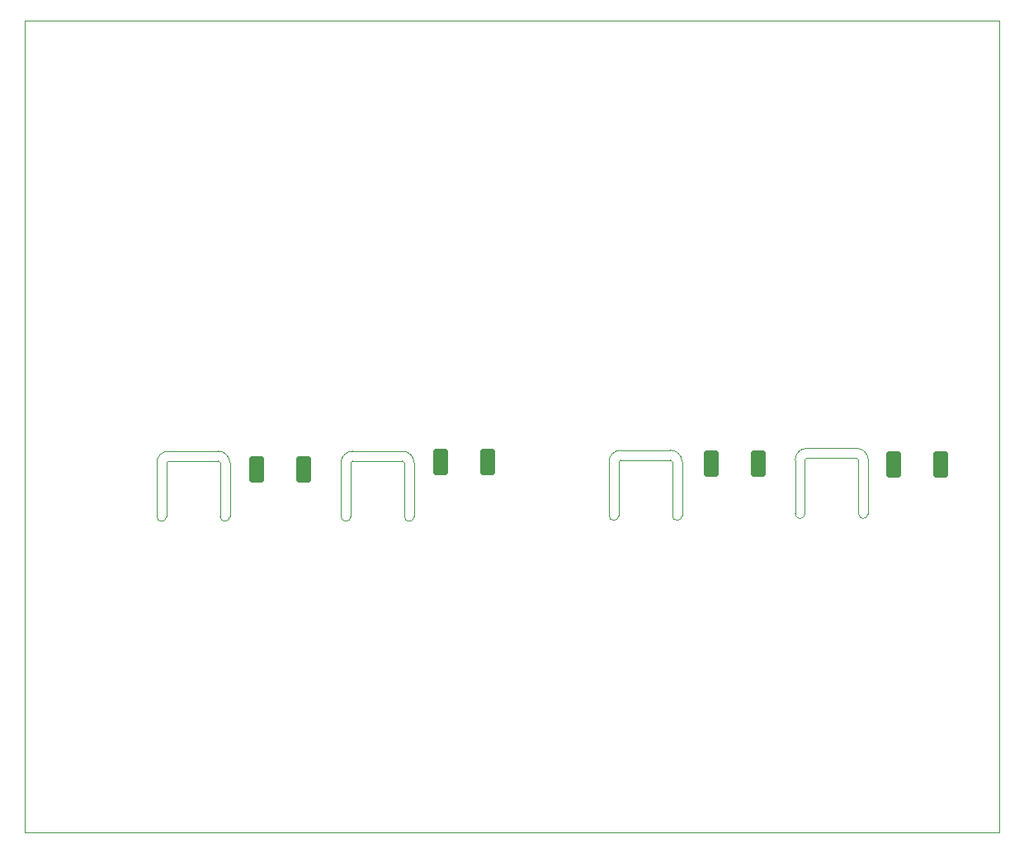
<source format=gbr>
%TF.GenerationSoftware,KiCad,Pcbnew,8.0.0*%
%TF.CreationDate,2024-08-31T22:07:17+02:00*%
%TF.ProjectId,esp32_blinds_controller,65737033-325f-4626-9c69-6e64735f636f,V0.2*%
%TF.SameCoordinates,Original*%
%TF.FileFunction,Paste,Bot*%
%TF.FilePolarity,Positive*%
%FSLAX46Y46*%
G04 Gerber Fmt 4.6, Leading zero omitted, Abs format (unit mm)*
G04 Created by KiCad (PCBNEW 8.0.0) date 2024-08-31 22:07:17*
%MOMM*%
%LPD*%
G01*
G04 APERTURE LIST*
G04 Aperture macros list*
%AMRoundRect*
0 Rectangle with rounded corners*
0 $1 Rounding radius*
0 $2 $3 $4 $5 $6 $7 $8 $9 X,Y pos of 4 corners*
0 Add a 4 corners polygon primitive as box body*
4,1,4,$2,$3,$4,$5,$6,$7,$8,$9,$2,$3,0*
0 Add four circle primitives for the rounded corners*
1,1,$1+$1,$2,$3*
1,1,$1+$1,$4,$5*
1,1,$1+$1,$6,$7*
1,1,$1+$1,$8,$9*
0 Add four rect primitives between the rounded corners*
20,1,$1+$1,$2,$3,$4,$5,0*
20,1,$1+$1,$4,$5,$6,$7,0*
20,1,$1+$1,$6,$7,$8,$9,0*
20,1,$1+$1,$8,$9,$2,$3,0*%
G04 Aperture macros list end*
%ADD10RoundRect,0.250000X0.500000X1.100000X-0.500000X1.100000X-0.500000X-1.100000X0.500000X-1.100000X0*%
%TA.AperFunction,Profile*%
%ADD11C,0.050000*%
%TD*%
%TA.AperFunction,Profile*%
%ADD12C,0.120000*%
%TD*%
G04 APERTURE END LIST*
D10*
%TO.C,D1*%
X129750000Y-101750000D03*
X124950000Y-101750000D03*
%TD*%
%TO.C,D3*%
X195105000Y-101250000D03*
X190305000Y-101250000D03*
%TD*%
%TO.C,D4*%
X148650000Y-101000000D03*
X143850000Y-101000000D03*
%TD*%
%TO.C,D2*%
X176400000Y-101200000D03*
X171600000Y-101200000D03*
%TD*%
D11*
X139900000Y-99900000D02*
G75*
G02*
X141100000Y-101100000I0J-1200000D01*
G01*
X167400000Y-99800000D02*
G75*
G02*
X168600000Y-101000000I0J-1200000D01*
G01*
X168600000Y-106500000D02*
G75*
G02*
X167600000Y-106500000I-500000J0D01*
G01*
X187700000Y-106300000D02*
X187700000Y-100800000D01*
X161100000Y-106500000D02*
X161100000Y-101000000D01*
X134600000Y-106600000D02*
X134600000Y-101100000D01*
X122200000Y-106600000D02*
G75*
G02*
X121200000Y-106600000I-500000J0D01*
G01*
X122200000Y-106600000D02*
X122200000Y-101100000D01*
X134800000Y-99900000D02*
X139900000Y-99900000D01*
X162300000Y-100800000D02*
X167400000Y-100800000D01*
X141100000Y-106600000D02*
X141100000Y-101100000D01*
X181200000Y-106300000D02*
G75*
G02*
X180200000Y-106300000I-500000J0D01*
G01*
X121000000Y-99900000D02*
G75*
G02*
X122200000Y-101100000I0J-1200000D01*
G01*
X181400000Y-100600000D02*
X186500000Y-100600000D01*
X162100000Y-101000000D02*
G75*
G02*
X162300000Y-100800000I200000J0D01*
G01*
X133600000Y-101100000D02*
G75*
G02*
X134800000Y-99900000I1200000J0D01*
G01*
X121200000Y-106600000D02*
X121200000Y-101100000D01*
X187700000Y-106300000D02*
G75*
G02*
X186700000Y-106300000I-500000J0D01*
G01*
X115900000Y-100900000D02*
X121000000Y-100900000D01*
X115700000Y-106600000D02*
X115700000Y-101100000D01*
X167400000Y-100800000D02*
G75*
G02*
X167600000Y-101000000I0J-200000D01*
G01*
X141100000Y-106600000D02*
G75*
G02*
X140100000Y-106600000I-500000J0D01*
G01*
X186700000Y-106300000D02*
X186700000Y-100800000D01*
X180200000Y-100800000D02*
G75*
G02*
X181400000Y-99600000I1200000J0D01*
G01*
X134800000Y-100900000D02*
X139900000Y-100900000D01*
X181200000Y-100800000D02*
G75*
G02*
X181400000Y-100600000I200000J0D01*
G01*
X186500000Y-100600000D02*
G75*
G02*
X186700000Y-100800000I0J-200000D01*
G01*
X162100000Y-106500000D02*
G75*
G02*
X161100000Y-106500000I-500000J0D01*
G01*
X139900000Y-100900000D02*
G75*
G02*
X140100000Y-101100000I0J-200000D01*
G01*
X115700000Y-106600000D02*
G75*
G02*
X114700000Y-106600000I-500000J0D01*
G01*
X186500000Y-99600000D02*
G75*
G02*
X187700000Y-100800000I0J-1200000D01*
G01*
X180200000Y-106300000D02*
X180200000Y-100800000D01*
X162100000Y-106500000D02*
X162100000Y-101000000D01*
X134600000Y-101100000D02*
G75*
G02*
X134800000Y-100900000I200000J0D01*
G01*
X115900000Y-99900000D02*
X121000000Y-99900000D01*
X121000000Y-100900000D02*
G75*
G02*
X121200000Y-101100000I0J-200000D01*
G01*
X140100000Y-106600000D02*
X140100000Y-101100000D01*
X181200000Y-106300000D02*
X181200000Y-100800000D01*
X114700000Y-106600000D02*
X114700000Y-101100000D01*
X168600000Y-106500000D02*
X168600000Y-101000000D01*
X162300000Y-99800000D02*
X167400000Y-99800000D01*
X167600000Y-106500000D02*
X167600000Y-101000000D01*
X161100000Y-101000000D02*
G75*
G02*
X162300000Y-99800000I1200000J0D01*
G01*
X134600000Y-106600000D02*
G75*
G02*
X133600000Y-106600000I-500000J0D01*
G01*
X181400000Y-99600000D02*
X186500000Y-99600000D01*
X115700000Y-101100000D02*
G75*
G02*
X115900000Y-100900000I200000J0D01*
G01*
X114700000Y-101100000D02*
G75*
G02*
X115900000Y-99900000I1200000J0D01*
G01*
X133600000Y-106600000D02*
X133600000Y-101100000D01*
D12*
%TO.C,MOD1*%
X101175000Y-55745000D02*
X101175000Y-138995000D01*
X101175000Y-138995000D02*
X201175000Y-138995000D01*
X201175000Y-55745000D02*
X101175000Y-55745000D01*
X201175000Y-138995000D02*
X201175000Y-55745000D01*
%TD*%
M02*

</source>
